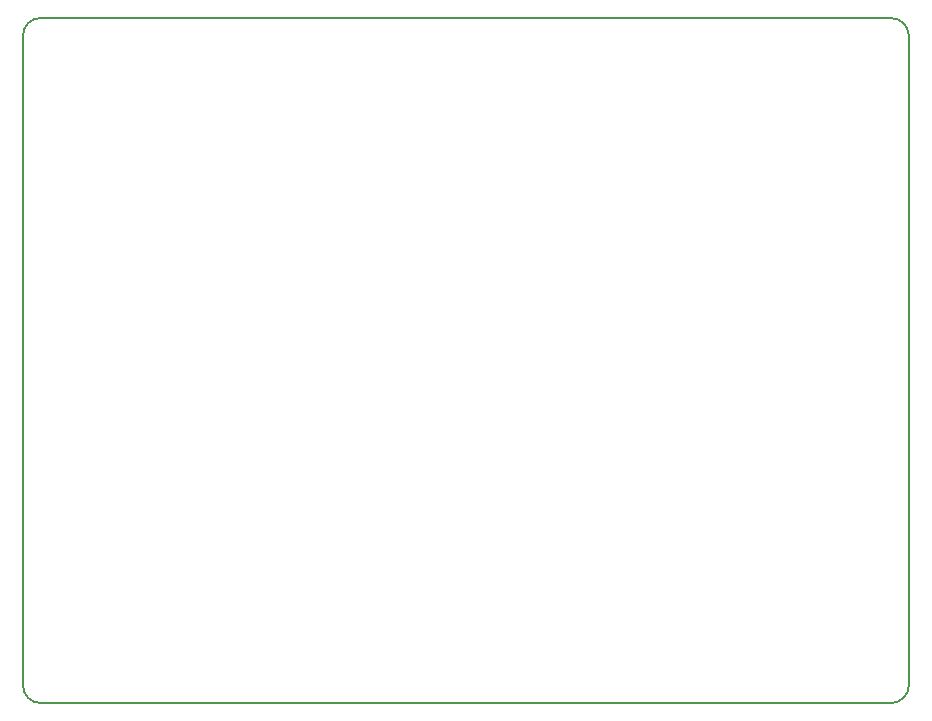
<source format=gm1>
%TF.GenerationSoftware,KiCad,Pcbnew,5.1.5+dfsg1-2build2*%
%TF.CreationDate,2021-01-07T13:01:17+01:00*%
%TF.ProjectId,LoadCellConnectionBoard,4c6f6164-4365-46c6-9c43-6f6e6e656374,rev?*%
%TF.SameCoordinates,Original*%
%TF.FileFunction,Profile,NP*%
%FSLAX46Y46*%
G04 Gerber Fmt 4.6, Leading zero omitted, Abs format (unit mm)*
G04 Created by KiCad (PCBNEW 5.1.5+dfsg1-2build2) date 2021-01-07 13:01:17*
%MOMM*%
%LPD*%
G04 APERTURE LIST*
%ADD10C,0.127000*%
G04 APERTURE END LIST*
D10*
X111000000Y-130000000D02*
G75*
G02X109500000Y-128500000I0J1500000D01*
G01*
X184500000Y-128500000D02*
G75*
G02X183000000Y-130000000I-1500000J0D01*
G01*
X109500000Y-73500000D02*
G75*
G02X111000000Y-72000000I1500000J0D01*
G01*
X183000000Y-72000000D02*
G75*
G02X184500000Y-73500000I0J-1500000D01*
G01*
X111000000Y-72000000D02*
X183000000Y-72000000D01*
X109500000Y-128500000D02*
X109500000Y-73500000D01*
X183000000Y-130000000D02*
X111000000Y-130000000D01*
X184500000Y-73500000D02*
X184500000Y-128500000D01*
M02*

</source>
